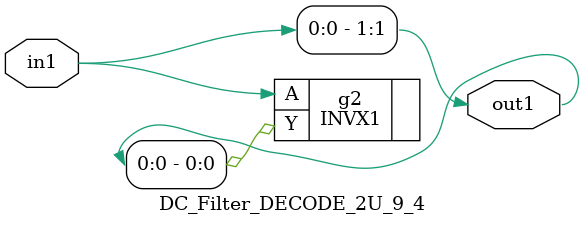
<source format=v>
`timescale 1ps / 1ps


module DC_Filter_DECODE_2U_9_4(in1, out1);
  input in1;
  output [1:0] out1;
  wire in1;
  wire [1:0] out1;
  assign out1[1] = in1;
  INVX1 g2(.A (in1), .Y (out1[0]));
endmodule



</source>
